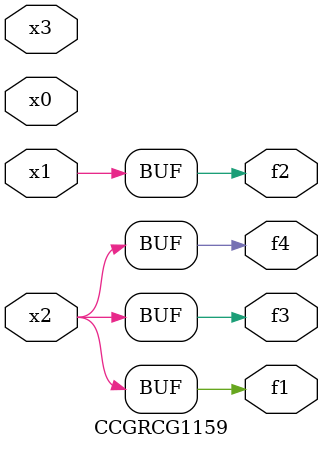
<source format=v>
module CCGRCG1159(
	input x0, x1, x2, x3,
	output f1, f2, f3, f4
);
	assign f1 = x2;
	assign f2 = x1;
	assign f3 = x2;
	assign f4 = x2;
endmodule

</source>
